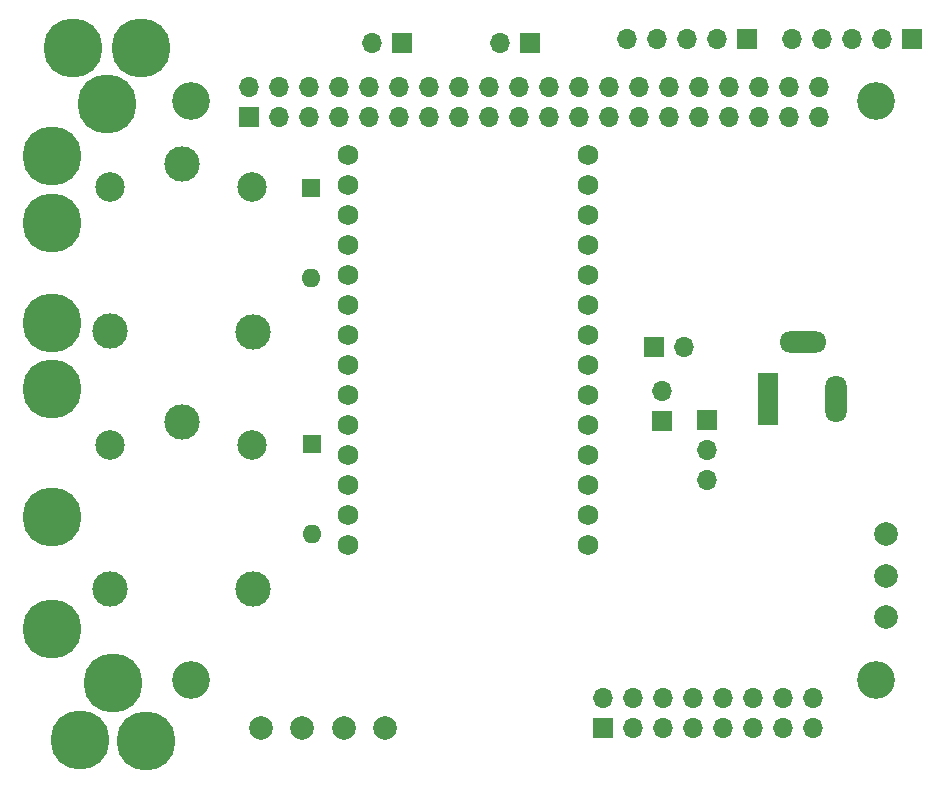
<source format=gbs>
%TF.GenerationSoftware,KiCad,Pcbnew,(6.0.10-0)*%
%TF.CreationDate,2023-04-17T23:12:57-05:00*%
%TF.ProjectId,mn_wild_siren,6d6e5f77-696c-4645-9f73-6972656e2e6b,rev?*%
%TF.SameCoordinates,Original*%
%TF.FileFunction,Soldermask,Bot*%
%TF.FilePolarity,Negative*%
%FSLAX46Y46*%
G04 Gerber Fmt 4.6, Leading zero omitted, Abs format (unit mm)*
G04 Created by KiCad (PCBNEW (6.0.10-0)) date 2023-04-17 23:12:57*
%MOMM*%
%LPD*%
G01*
G04 APERTURE LIST*
%ADD10R,1.700000X1.700000*%
%ADD11O,1.700000X1.700000*%
%ADD12R,1.800000X4.400000*%
%ADD13O,1.800000X4.000000*%
%ADD14O,4.000000X1.800000*%
%ADD15C,2.000000*%
%ADD16C,5.000000*%
%ADD17C,3.000000*%
%ADD18C,2.500000*%
%ADD19C,3.200000*%
%ADD20C,1.750000*%
%ADD21R,1.600000X1.600000*%
%ADD22O,1.600000X1.600000*%
G04 APERTURE END LIST*
D10*
X224960000Y-104370000D03*
D11*
X224960000Y-106910000D03*
X224960000Y-109450000D03*
D10*
X242310000Y-72130000D03*
D11*
X239770000Y-72130000D03*
X237230000Y-72130000D03*
X234690000Y-72130000D03*
X232150000Y-72130000D03*
D10*
X228347501Y-72114999D03*
D11*
X225807501Y-72114999D03*
X223267501Y-72114999D03*
X220727501Y-72114999D03*
X218187501Y-72114999D03*
D12*
X230100000Y-102580000D03*
D13*
X235900000Y-102580000D03*
D14*
X233100000Y-97780000D03*
D15*
X240150000Y-121045000D03*
X240150000Y-117545000D03*
X240150000Y-114045000D03*
X197700000Y-130450000D03*
X194200000Y-130450000D03*
X190700000Y-130450000D03*
X187200000Y-130450000D03*
D16*
X169500000Y-87670000D03*
X169500000Y-82040000D03*
X169500000Y-112550000D03*
X169500000Y-101750000D03*
X169500000Y-96150000D03*
X169500000Y-122100000D03*
X171860000Y-131450000D03*
X177490000Y-131520000D03*
D10*
X186150000Y-78680000D03*
D11*
X186150000Y-76140000D03*
X188690000Y-78680000D03*
X188690000Y-76140000D03*
X191230000Y-78680000D03*
X191230000Y-76140000D03*
X193770000Y-78680000D03*
X193770000Y-76140000D03*
X196310000Y-78680000D03*
X196310000Y-76140000D03*
X198850000Y-78680000D03*
X198850000Y-76140000D03*
X201390000Y-78680000D03*
X201390000Y-76140000D03*
X203930000Y-78680000D03*
X203930000Y-76140000D03*
X206470000Y-78680000D03*
X206470000Y-76140000D03*
X209010000Y-78680000D03*
X209010000Y-76140000D03*
X211550000Y-78680000D03*
X211550000Y-76140000D03*
X214090000Y-78680000D03*
X214090000Y-76140000D03*
X216630000Y-78680000D03*
X216630000Y-76140000D03*
X219170000Y-78680000D03*
X219170000Y-76140000D03*
X221710000Y-78680000D03*
X221710000Y-76140000D03*
X224250000Y-78680000D03*
X224250000Y-76140000D03*
X226790000Y-78680000D03*
X226790000Y-76140000D03*
X229330000Y-78680000D03*
X229330000Y-76140000D03*
X231870000Y-78680000D03*
X231870000Y-76140000D03*
X234410000Y-78680000D03*
X234410000Y-76140000D03*
D10*
X209960000Y-72460000D03*
D11*
X207420000Y-72460000D03*
D10*
X220435000Y-98170000D03*
D11*
X222975000Y-98170000D03*
D10*
X221180000Y-104435000D03*
D11*
X221180000Y-101895000D03*
D17*
X180500000Y-82700000D03*
D18*
X174450000Y-84650000D03*
D17*
X174450000Y-96850000D03*
X186500000Y-96900000D03*
D18*
X186450000Y-84650000D03*
D17*
X180500000Y-104500000D03*
D18*
X174450000Y-106450000D03*
D17*
X174450000Y-118650000D03*
X186500000Y-118700000D03*
D18*
X186450000Y-106450000D03*
D19*
X181300000Y-126400000D03*
X239300000Y-77400000D03*
X181300000Y-77400000D03*
X239300000Y-126400000D03*
D20*
X194543700Y-81967100D03*
X194543700Y-84507100D03*
X194543700Y-87047100D03*
X194543700Y-89587100D03*
X194543700Y-92127100D03*
X194543700Y-94667100D03*
X194543700Y-97207100D03*
X194543700Y-99747100D03*
X194543700Y-102287100D03*
X194543700Y-104827100D03*
X194543700Y-107367100D03*
X194543700Y-109907100D03*
X194543700Y-112447100D03*
X194543700Y-114987100D03*
X214863700Y-114987100D03*
X214863700Y-112447100D03*
X214863700Y-109907100D03*
X214863700Y-107367100D03*
X214863700Y-104827100D03*
X214863700Y-102287100D03*
X214863700Y-99747100D03*
X214863700Y-97207100D03*
X214863700Y-94667100D03*
X214863700Y-92127100D03*
X214863700Y-89587100D03*
X214863700Y-87047100D03*
X214863700Y-84507100D03*
X214863700Y-81967100D03*
D16*
X171250000Y-72860000D03*
X174690000Y-126630000D03*
X177020000Y-72870000D03*
D21*
X191450000Y-84690000D03*
D22*
X191450000Y-92310000D03*
D11*
X233935000Y-127905000D03*
X233935000Y-130445000D03*
X231395000Y-127905000D03*
X231395000Y-130445000D03*
X228855000Y-127905000D03*
X228855000Y-130445000D03*
X226315000Y-127905000D03*
X226315000Y-130445000D03*
X223775000Y-127905000D03*
X223775000Y-130445000D03*
X221235000Y-127905000D03*
X221235000Y-130445000D03*
X218695000Y-127905000D03*
X218695000Y-130445000D03*
X216155000Y-127905000D03*
D10*
X216155000Y-130445000D03*
X199170000Y-72470000D03*
D11*
X196630000Y-72470000D03*
D22*
X191510000Y-114050000D03*
D21*
X191510000Y-106430000D03*
D16*
X174150000Y-77580000D03*
M02*

</source>
